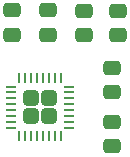
<source format=gbr>
%TF.GenerationSoftware,KiCad,Pcbnew,8.0.3*%
%TF.CreationDate,2024-07-22T10:14:54+02:00*%
%TF.ProjectId,Untitled,556e7469-746c-4656-942e-6b696361645f,rev?*%
%TF.SameCoordinates,Original*%
%TF.FileFunction,Paste,Top*%
%TF.FilePolarity,Positive*%
%FSLAX46Y46*%
G04 Gerber Fmt 4.6, Leading zero omitted, Abs format (unit mm)*
G04 Created by KiCad (PCBNEW 8.0.3) date 2024-07-22 10:14:54*
%MOMM*%
%LPD*%
G01*
G04 APERTURE LIST*
G04 Aperture macros list*
%AMRoundRect*
0 Rectangle with rounded corners*
0 $1 Rounding radius*
0 $2 $3 $4 $5 $6 $7 $8 $9 X,Y pos of 4 corners*
0 Add a 4 corners polygon primitive as box body*
4,1,4,$2,$3,$4,$5,$6,$7,$8,$9,$2,$3,0*
0 Add four circle primitives for the rounded corners*
1,1,$1+$1,$2,$3*
1,1,$1+$1,$4,$5*
1,1,$1+$1,$6,$7*
1,1,$1+$1,$8,$9*
0 Add four rect primitives between the rounded corners*
20,1,$1+$1,$2,$3,$4,$5,0*
20,1,$1+$1,$4,$5,$6,$7,0*
20,1,$1+$1,$6,$7,$8,$9,0*
20,1,$1+$1,$8,$9,$2,$3,0*%
G04 Aperture macros list end*
%ADD10RoundRect,0.250000X-0.475000X0.337500X-0.475000X-0.337500X0.475000X-0.337500X0.475000X0.337500X0*%
%ADD11RoundRect,0.250000X-0.400000X-0.400000X0.400000X-0.400000X0.400000X0.400000X-0.400000X0.400000X0*%
%ADD12RoundRect,0.062500X-0.375000X-0.062500X0.375000X-0.062500X0.375000X0.062500X-0.375000X0.062500X0*%
%ADD13RoundRect,0.062500X-0.062500X-0.375000X0.062500X-0.375000X0.062500X0.375000X-0.062500X0.375000X0*%
%ADD14RoundRect,0.250000X0.475000X-0.337500X0.475000X0.337500X-0.475000X0.337500X-0.475000X-0.337500X0*%
G04 APERTURE END LIST*
D10*
%TO.C,C1*%
X101600000Y-52556500D03*
X101600000Y-54631500D03*
%TD*%
%TO.C,C4*%
X99187000Y-47730500D03*
X99187000Y-49805500D03*
%TD*%
%TO.C,C5*%
X102108000Y-47730500D03*
X102108000Y-49805500D03*
%TD*%
%TO.C,C3*%
X93091000Y-47704000D03*
X93091000Y-49779000D03*
%TD*%
%TO.C,C6*%
X96139000Y-47704000D03*
X96139000Y-49779000D03*
%TD*%
D11*
%TO.C,U2*%
X94729000Y-55118000D03*
X94729000Y-56668000D03*
X96279000Y-55118000D03*
X96279000Y-56668000D03*
D12*
X93066500Y-54143000D03*
X93066500Y-54643000D03*
X93066500Y-55143000D03*
X93066500Y-55643000D03*
X93066500Y-56143000D03*
X93066500Y-56643000D03*
X93066500Y-57143000D03*
X93066500Y-57643000D03*
D13*
X93754000Y-58330500D03*
X94254000Y-58330500D03*
X94754000Y-58330500D03*
X95254000Y-58330500D03*
X95754000Y-58330500D03*
X96254000Y-58330500D03*
X96754000Y-58330500D03*
X97254000Y-58330500D03*
D12*
X97941500Y-57643000D03*
X97941500Y-57143000D03*
X97941500Y-56643000D03*
X97941500Y-56143000D03*
X97941500Y-55643000D03*
X97941500Y-55143000D03*
X97941500Y-54643000D03*
X97941500Y-54143000D03*
D13*
X97254000Y-53455500D03*
X96754000Y-53455500D03*
X96254000Y-53455500D03*
X95754000Y-53455500D03*
X95254000Y-53455500D03*
X94754000Y-53455500D03*
X94254000Y-53455500D03*
X93754000Y-53455500D03*
%TD*%
D14*
%TO.C,C2*%
X101600000Y-59203500D03*
X101600000Y-57128500D03*
%TD*%
M02*

</source>
